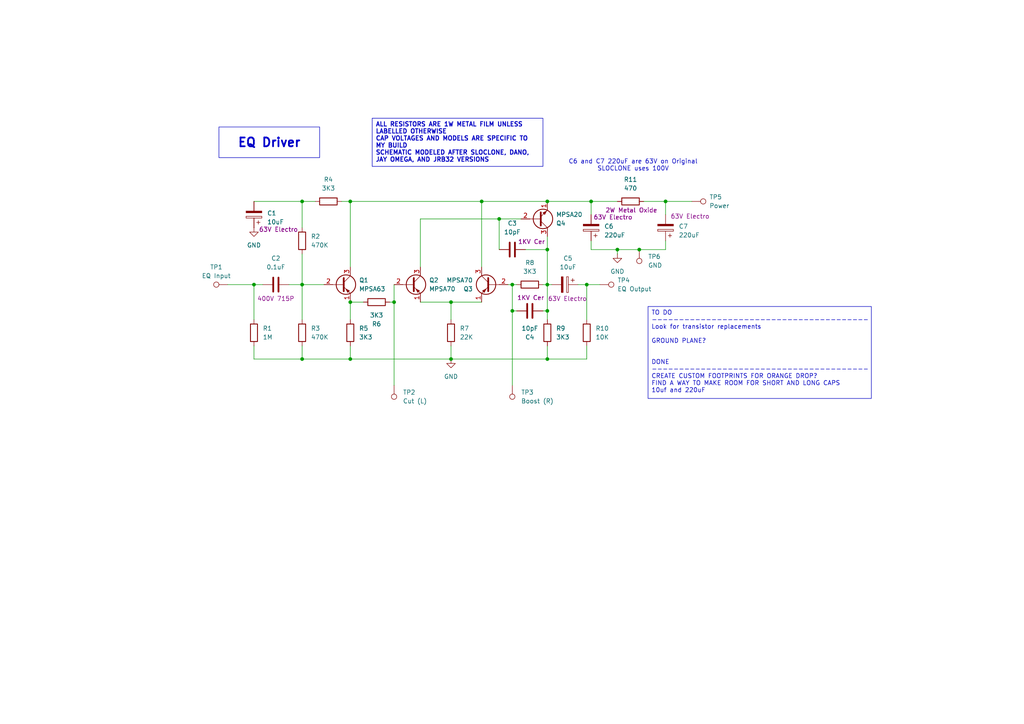
<source format=kicad_sch>
(kicad_sch (version 20250114) (generator "eeschema") (generator_version "9.0")
  (paper "A4")
  (lib_symbols
    (symbol "Connector:TestPoint" (pin_numbers (hide yes)) (pin_names (offset 0.762) (hide yes))
      (property "Reference" "TP" (at 0 6.858 0))
      (property "Value" "TestPoint" (at 0 5.08 0))
      (symbol "TestPoint_0_1"
        (circle (center 0 3.302) (radius 0.762))
      )
      (symbol "TestPoint_1_1"
        (pin passive line (at 0 0 90) (length 2.54) (name "1") (number "1"))
      )
    )
    (symbol "Device:C" (pin_numbers (hide yes)) (pin_names (offset 0.254))
      (property "Reference" "C" (at 0.635 2.54 0))
      (property "Value" "C" (at 0.635 -2.54 0))
      (symbol "C_0_1"
        (polyline (pts (xy -2.032 0.762) (xy 2.032 0.762)) (stroke (width 0.508)))
        (polyline (pts (xy -2.032 -0.762) (xy 2.032 -0.762)) (stroke (width 0.508)))
      )
      (symbol "C_1_1"
        (pin passive line (at 0 3.81 270) (length 2.794) (name "~") (number "1"))
        (pin passive line (at 0 -3.81 90) (length 2.794) (name "~") (number "2"))
      )
    )
    (symbol "Device:C_Polarized" (pin_numbers (hide yes)) (pin_names (offset 0.254))
      (property "Reference" "C" (at 0.635 2.54 0))
      (property "Value" "C_Polarized" (at 0.635 -2.54 0))
      (symbol "C_Polarized_0_1"
        (rectangle (start -2.286 0.508) (end 2.286 1.016))
        (polyline (pts (xy -1.778 2.286) (xy -0.762 2.286)))
        (polyline (pts (xy -1.27 2.794) (xy -1.27 1.778)))
        (rectangle (start 2.286 -0.508) (end -2.286 -1.016) (fill (type outline)))
      )
      (symbol "C_Polarized_1_1"
        (pin passive line (at 0 3.81 270) (length 2.794) (name "~") (number "1"))
        (pin passive line (at 0 -3.81 90) (length 2.794) (name "~") (number "2"))
      )
    )
    (symbol "Device:R" (pin_numbers (hide yes)) (pin_names (offset 0))
      (property "Reference" "R" (at 2.032 0 90))
      (property "Value" "R" (at 0 0 90))
      (symbol "R_0_1"
        (rectangle (start -1.016 -2.54) (end 1.016 2.54) (stroke (width 0.254)))
      )
      (symbol "R_1_1"
        (pin passive line (at 0 3.81 270) (length 1.27) (name "~") (number "1"))
        (pin passive line (at 0 -3.81 90) (length 1.27) (name "~") (number "2"))
      )
    )
    (symbol "Transistor_BJT:MPSA42" (pin_names (offset 0) (hide yes))
      (property "Reference" "Q" (at 5.08 1.905 0))
      (property "Value" "MPSA42" (at 5.08 0 0))
      (symbol "MPSA42_0_1"
        (polyline (pts (xy -2.54 0) (xy 0.635 0)))
        (polyline (pts (xy 0.635 1.905) (xy 0.635 -1.905)) (stroke (width 0.508)))
        (circle (center 1.27 0) (radius 2.8194) (stroke (width 0.254)))
      )
      (symbol "MPSA42_1_1"
        (polyline (pts (xy 0.635 0.635) (xy 2.54 2.54)))
        (polyline (pts (xy 0.635 -0.635) (xy 2.54 -2.54)))
        (polyline (pts (xy 1.27 -1.778) (xy 1.778 -1.27) (xy 2.286 -2.286) (xy 1.27 -1.778)) (fill (type outline)))
        (pin input line (at -5.08 0 0) (length 2.54) (name "B") (number "2"))
        (pin passive line (at 2.54 5.08 270) (length 2.54) (name "C") (number "3"))
        (pin passive line (at 2.54 -5.08 90) (length 2.54) (name "E") (number "1"))
      )
    )
    (symbol "Transistor_BJT:MPSA92" (pin_names (offset 0) (hide yes))
      (property "Reference" "Q" (at 5.08 1.905 0))
      (property "Value" "MPSA92" (at 5.08 0 0))
      (symbol "MPSA92_0_1"
        (polyline (pts (xy -2.54 0) (xy 0.635 0)))
        (polyline (pts (xy 0.635 1.905) (xy 0.635 -1.905)) (stroke (width 0.508)))
        (polyline (pts (xy 0.635 0.635) (xy 2.54 2.54)))
        (polyline (pts (xy 0.635 -0.635) (xy 2.54 -2.54)))
        (circle (center 1.27 0) (radius 2.8194) (stroke (width 0.254)))
        (polyline (pts (xy 2.286 -1.778) (xy 1.778 -2.286) (xy 1.27 -1.27) (xy 2.286 -1.778)) (fill (type outline)))
      )
      (symbol "MPSA92_1_1"
        (pin input line (at -5.08 0 0) (length 2.54) (name "B") (number "2"))
        (pin passive line (at 2.54 5.08 270) (length 2.54) (name "C") (number "3"))
        (pin passive line (at 2.54 -5.08 90) (length 2.54) (name "E") (number "1"))
      )
    )
    (symbol "power:GND" (power) (pin_numbers (hide yes)) (pin_names (offset 0) (hide yes))
      (property "Value" "GND" (at 0 -3.81 0))
      (symbol "GND_0_1"
        (polyline (pts (xy 0 0) (xy 0 -1.27) (xy 1.27 -1.27) (xy 0 -2.54) (xy -1.27 -1.27) (xy 0 -1.27)))
      )
      (symbol "GND_1_1"
        (pin power_in line (at 0 0 270) (length 0) (name "~") (number "1"))
      )
    )
  )
  (text "C6 and C7 220uF are 63V on Original\nSLOCLONE uses 100V" (at 183.642 48.006 0) (effects (font (size 1.27 1.27))))
  (text_box "EQ Driver" (at 63.5 36.83 0) (size 29.21 8.89) (margins 0.9525 0.9525 0.9525 0.9525) (effects (font (size 2.54 2.54) (thickness 0.508) (bold yes))))
  (text_box "ALL RESISTORS ARE 1W METAL FILM UNLESS LABELLED OTHERWISE\nCAP VOLTAGES AND MODELS ARE SPECIFIC TO MY BUILD\nSCHEMATIC MODELED AFTER SLOCLONE, DANO, JAY OMEGA, AND JRB32 VERSIONS" (at 107.95 34.29 0) (size 49.53 13.97) (margins 0.9525 0.9525 0.9525 0.9525) (effects (font (size 1.27 1.27) (thickness 0.254) (bold yes)) (justify left top)))
  (text_box "TO DO\n----------------------------------------\nLook for transistor replacements\n\nGROUND PLANE?\n\n\nDONE\n----------------------------------------\nCREATE CUSTOM FOOTPRINTS FOR ORANGE DROP?\nFIND A WAY TO MAKE ROOM FOR SHORT AND LONG CAPS\n10uf and 220uF" (at 187.96 88.9 0) (size 64.77 26.67) (margins 0.9525 0.9525 0.9525 0.9525) (effects (font (size 1.27 1.27)) (justify left top)))
  (junction (at 185.42 72.39))
  (junction (at 148.59 82.55))
  (junction (at 114.3 87.63))
  (junction (at 158.75 90.17))
  (junction (at 87.63 82.55))
  (junction (at 158.75 72.39))
  (junction (at 170.18 82.55))
  (junction (at 130.81 87.63))
  (junction (at 130.81 104.14))
  (junction (at 101.6 87.63))
  (junction (at 193.04 58.42))
  (junction (at 158.75 104.14))
  (junction (at 158.75 82.55))
  (junction (at 101.6 104.14))
  (junction (at 171.45 58.42))
  (junction (at 144.78 63.5))
  (junction (at 87.63 58.42))
  (junction (at 73.66 82.55))
  (junction (at 158.75 58.42))
  (junction (at 139.7 58.42))
  (junction (at 179.07 72.39))
  (junction (at 148.59 90.17))
  (junction (at 101.6 58.42))
  (junction (at 87.63 104.14))
  (wire (pts (xy 179.07 72.39) (xy 179.07 73.66)))
  (wire (pts (xy 66.04 82.55) (xy 73.66 82.55)))
  (wire (pts (xy 73.66 104.14) (xy 87.63 104.14)))
  (wire (pts (xy 158.75 104.14) (xy 158.75 100.33)))
  (wire (pts (xy 113.03 87.63) (xy 114.3 87.63)))
  (wire (pts (xy 130.81 87.63) (xy 121.92 87.63)))
  (wire (pts (xy 91.44 58.42) (xy 87.63 58.42)))
  (wire (pts (xy 99.06 58.42) (xy 101.6 58.42)))
  (wire (pts (xy 152.4 72.39) (xy 158.75 72.39)))
  (wire (pts (xy 130.81 104.14) (xy 130.81 100.33)))
  (wire (pts (xy 170.18 82.55) (xy 170.18 92.71)))
  (wire (pts (xy 158.75 82.55) (xy 160.02 82.55)))
  (wire (pts (xy 148.59 82.55) (xy 148.59 90.17)))
  (wire (pts (xy 101.6 104.14) (xy 130.81 104.14)))
  (wire (pts (xy 73.66 104.14) (xy 73.66 100.33)))
  (wire (pts (xy 186.69 58.42) (xy 193.04 58.42)))
  (wire (pts (xy 139.7 58.42) (xy 139.7 77.47)))
  (wire (pts (xy 185.42 72.39) (xy 193.04 72.39)))
  (wire (pts (xy 83.82 82.55) (xy 87.63 82.55)))
  (wire (pts (xy 148.59 90.17) (xy 148.59 111.76)))
  (wire (pts (xy 73.66 92.71) (xy 73.66 82.55)))
  (wire (pts (xy 87.63 73.66) (xy 87.63 82.55)))
  (wire (pts (xy 139.7 58.42) (xy 158.75 58.42)))
  (wire (pts (xy 158.75 72.39) (xy 158.75 82.55)))
  (wire (pts (xy 171.45 72.39) (xy 179.07 72.39)))
  (wire (pts (xy 157.48 90.17) (xy 158.75 90.17)))
  (wire (pts (xy 148.59 82.55) (xy 147.32 82.55)))
  (wire (pts (xy 114.3 82.55) (xy 114.3 87.63)))
  (wire (pts (xy 193.04 62.23) (xy 193.04 58.42)))
  (wire (pts (xy 87.63 104.14) (xy 87.63 100.33)))
  (wire (pts (xy 149.86 90.17) (xy 148.59 90.17)))
  (wire (pts (xy 73.66 58.42) (xy 87.63 58.42)))
  (wire (pts (xy 149.86 82.55) (xy 148.59 82.55)))
  (wire (pts (xy 193.04 72.39) (xy 193.04 69.85)))
  (wire (pts (xy 158.75 90.17) (xy 158.75 82.55)))
  (wire (pts (xy 171.45 58.42) (xy 179.07 58.42)))
  (wire (pts (xy 171.45 62.23) (xy 171.45 58.42)))
  (wire (pts (xy 144.78 63.5) (xy 144.78 72.39)))
  (wire (pts (xy 101.6 58.42) (xy 101.6 77.47)))
  (wire (pts (xy 144.78 63.5) (xy 121.92 63.5)))
  (wire (pts (xy 87.63 104.14) (xy 101.6 104.14)))
  (wire (pts (xy 130.81 87.63) (xy 139.7 87.63)))
  (wire (pts (xy 73.66 82.55) (xy 76.2 82.55)))
  (wire (pts (xy 151.13 63.5) (xy 144.78 63.5)))
  (wire (pts (xy 170.18 104.14) (xy 170.18 100.33)))
  (wire (pts (xy 179.07 72.39) (xy 185.42 72.39)))
  (wire (pts (xy 158.75 58.42) (xy 171.45 58.42)))
  (wire (pts (xy 105.41 87.63) (xy 101.6 87.63)))
  (wire (pts (xy 121.92 63.5) (xy 121.92 77.47)))
  (wire (pts (xy 158.75 92.71) (xy 158.75 90.17)))
  (wire (pts (xy 101.6 87.63) (xy 101.6 92.71)))
  (wire (pts (xy 158.75 68.58) (xy 158.75 72.39)))
  (wire (pts (xy 114.3 87.63) (xy 114.3 111.76)))
  (wire (pts (xy 158.75 82.55) (xy 157.48 82.55)))
  (wire (pts (xy 193.04 58.42) (xy 200.66 58.42)))
  (wire (pts (xy 87.63 58.42) (xy 87.63 66.04)))
  (wire (pts (xy 130.81 92.71) (xy 130.81 87.63)))
  (wire (pts (xy 101.6 104.14) (xy 101.6 100.33)))
  (wire (pts (xy 87.63 82.55) (xy 93.98 82.55)))
  (wire (pts (xy 167.64 82.55) (xy 170.18 82.55)))
  (wire (pts (xy 170.18 82.55) (xy 173.99 82.55)))
  (wire (pts (xy 101.6 58.42) (xy 139.7 58.42)))
  (wire (pts (xy 87.63 92.71) (xy 87.63 82.55)))
  (wire (pts (xy 171.45 72.39) (xy 171.45 69.85)))
  (wire (pts (xy 158.75 104.14) (xy 170.18 104.14)))
  (wire (pts (xy 130.81 104.14) (xy 158.75 104.14)))
  (symbol (lib_id "Device:R") (at 130.81 96.52 0) (unit 1)
    (property "Reference" "R7" (at 133.35 95.2499 0) (effects (justify left)))
    (property "Value" "22K" (at 133.35 97.7899 0) (effects (justify left)))
    (property "Footprint" "Resistor_THT:R_Axial_DIN0411_L9.9mm_D3.6mm_P15.24mm_Horizontal" (effects (hide yes)))
    (property "Description" "Resistor" (effects (hide yes)))
  )
  (symbol (lib_id "Connector:TestPoint") (at 148.59 111.76 180) (unit 1)
    (property "Reference" "TP3" (at 151.13 113.7919 0) (effects (justify right)))
    (property "Value" "Boost (R)" (at 151.13 116.3319 0) (effects (justify right)))
    (property "Footprint" "HiroFootprints:Out_Hole_3.4_1.8" (effects (hide yes)))
    (property "Description" "test point" (effects (hide yes)))
  )
  (symbol (lib_id "Device:R") (at 158.75 96.52 0) (unit 1)
    (property "Reference" "R9" (at 161.29 95.2499 0) (effects (justify left)))
    (property "Value" "3K3" (at 161.29 97.7899 0) (effects (justify left)))
    (property "Footprint" "Resistor_THT:R_Axial_DIN0411_L9.9mm_D3.6mm_P15.24mm_Horizontal" (effects (hide yes)))
    (property "Description" "Resistor" (effects (hide yes)))
  )
  (symbol (lib_id "Device:C_Polarized") (at 163.83 82.55 270) (unit 1)
    (property "Reference" "C5" (at 164.719 74.93 90))
    (property "Value" "10uF" (at 164.719 77.47 90))
    (property "Footprint" "Capacitor_THT:CP_Axial_L18.0mm_D6.5mm_P25.00mm_Horizontal" (effects (hide yes)))
    (property "Description" "Polarized capacitor" (effects (hide yes)))
    (property "Notes" "63V Electro" (at 164.592 86.614 90))
  )
  (symbol (lib_id "Device:R") (at 153.67 82.55 90) (unit 1)
    (property "Reference" "R8" (at 153.67 76.2 90))
    (property "Value" "3K3" (at 153.67 78.74 90))
    (property "Footprint" "Resistor_THT:R_Axial_DIN0411_L9.9mm_D3.6mm_P15.24mm_Horizontal" (effects (hide yes)))
    (property "Description" "Resistor" (effects (hide yes)))
  )
  (symbol (lib_id "Transistor_BJT:MPSA92") (at 119.38 82.55 0) (unit 1)
    (property "Reference" "Q2" (at 124.46 81.2799 0) (effects (justify left)))
    (property "Value" "MPSA70" (at 124.46 83.8199 0) (effects (justify left)))
    (property "Footprint" "Package_TO_SOT_THT:TO-92_Wide" (effects (hide yes)))
    (property "Datasheet" "http://www.onsemi.com/pub_link/Collateral/MPSA92-D.PDF" (effects (hide yes)))
    (property "Description" "0.5A Ic, 300V Vce, PNP High Voltage Transistor, TO-92" (effects (hide yes)))
  )
  (symbol (lib_id "power:GND") (at 179.07 73.66 0) (unit 1)
    (property "Reference" "#PWR03" (effects (hide yes)))
    (property "Value" "GND" (at 179.07 78.74 0))
    (property "Description" "Power symbol creates a global label with name \"GND\" , ground" (effects (hide yes)))
  )
  (symbol (lib_id "Transistor_BJT:MPSA42") (at 156.21 63.5 0) (mirror x) (unit 1)
    (property "Reference" "Q4" (at 161.29 64.7701 0) (effects (justify left)))
    (property "Value" "MPSA20" (at 161.29 62.2301 0) (effects (justify left)))
    (property "Footprint" "Package_TO_SOT_THT:TO-92_Wide" (effects (hide yes)))
    (property "Datasheet" "http://www.onsemi.com/pub_link/Collateral/MPSA42-D.PDF" (effects (hide yes)))
    (property "Description" "0.5A Ic, 300V Vce, NPN High Voltage Transistor, TO-92" (effects (hide yes)))
  )
  (symbol (lib_id "Device:C") (at 80.01 82.55 90) (unit 1)
    (property "Reference" "C2" (at 80.01 74.93 90))
    (property "Value" "0.1uF" (at 80.01 77.47 90))
    (property "Footprint" "HiroFootprints:715P10454LAD3" (effects (hide yes)))
    (property "Description" "Unpolarized capacitor" (effects (hide yes)))
    (property "Notes" "400V 715P" (at 80.01 86.614 90))
  )
  (symbol (lib_id "Connector:TestPoint") (at 66.04 82.55 90) (unit 1)
    (property "Reference" "TP1" (at 62.738 77.47 90))
    (property "Value" "EQ Input" (at 62.738 80.01 90))
    (property "Footprint" "HiroFootprints:Out_Hole_3.4_1.8" (effects (hide yes)))
    (property "Description" "test point" (effects (hide yes)))
  )
  (symbol (lib_id "Connector:TestPoint") (at 200.66 58.42 270) (unit 1)
    (property "Reference" "TP5" (at 205.74 57.1499 90) (effects (justify left)))
    (property "Value" "Power" (at 205.74 59.6899 90) (effects (justify left)))
    (property "Footprint" "HiroFootprints:Out_Hole_3.4_1.8" (effects (hide yes)))
    (property "Description" "test point" (effects (hide yes)))
  )
  (symbol (lib_id "Device:R") (at 109.22 87.63 270) (unit 1)
    (property "Reference" "R6" (at 109.22 93.98 90))
    (property "Value" "3K3" (at 109.22 91.44 90))
    (property "Footprint" "Resistor_THT:R_Axial_DIN0411_L9.9mm_D3.6mm_P15.24mm_Horizontal" (effects (hide yes)))
    (property "Description" "Resistor" (effects (hide yes)))
  )
  (symbol (lib_id "Device:R") (at 87.63 96.52 0) (unit 1)
    (property "Reference" "R3" (at 90.17 95.2499 0) (effects (justify left)))
    (property "Value" "470K" (at 90.17 97.7899 0) (effects (justify left)))
    (property "Footprint" "Resistor_THT:R_Axial_DIN0411_L9.9mm_D3.6mm_P15.24mm_Horizontal" (effects (hide yes)))
    (property "Description" "Resistor" (effects (hide yes)))
  )
  (symbol (lib_id "Device:R") (at 95.25 58.42 90) (unit 1)
    (property "Reference" "R4" (at 95.25 52.07 90))
    (property "Value" "3K3" (at 95.25 54.61 90))
    (property "Footprint" "Resistor_THT:R_Axial_DIN0411_L9.9mm_D3.6mm_P15.24mm_Horizontal" (effects (hide yes)))
    (property "Description" "Resistor" (effects (hide yes)))
  )
  (symbol (lib_id "Device:C") (at 153.67 90.17 90) (mirror x) (unit 1)
    (property "Reference" "C4" (at 153.67 97.79 90))
    (property "Value" "10pF" (at 153.67 95.25 90))
    (property "Footprint" "Capacitor_THT:C_Rect_L11.0mm_W3.5mm_P10.00mm_MKT" (effects (hide yes)))
    (property "Description" "Unpolarized capacitor" (effects (hide yes)))
    (property "Notes" "1KV Cer" (at 153.924 86.36 90))
  )
  (symbol (lib_id "Connector:TestPoint") (at 114.3 111.76 180) (unit 1)
    (property "Reference" "TP2" (at 116.84 113.7919 0) (effects (justify right)))
    (property "Value" "Cut (L)" (at 116.84 116.3319 0) (effects (justify right)))
    (property "Footprint" "HiroFootprints:Out_Hole_3.4_1.8" (effects (hide yes)))
    (property "Description" "test point" (effects (hide yes)))
  )
  (symbol (lib_id "Device:R") (at 182.88 58.42 90) (unit 1)
    (property "Reference" "R11" (at 182.88 52.07 90))
    (property "Value" "470" (at 182.88 54.61 90))
    (property "Footprint" "Resistor_THT:R_Axial_DIN0411_L9.9mm_D3.6mm_P15.24mm_Horizontal" (effects (hide yes)))
    (property "Description" "Resistor" (effects (hide yes)))
    (property "Notes" "2W Metal Oxide" (at 183.134 60.96 90))
  )
  (symbol (lib_id "Device:R") (at 73.66 96.52 0) (unit 1)
    (property "Reference" "R1" (at 76.2 95.2499 0) (effects (justify left)))
    (property "Value" "1M" (at 76.2 97.7899 0) (effects (justify left)))
    (property "Footprint" "Resistor_THT:R_Axial_DIN0411_L9.9mm_D3.6mm_P15.24mm_Horizontal" (effects (hide yes)))
    (property "Description" "Resistor" (effects (hide yes)))
  )
  (symbol (lib_id "power:GND") (at 130.81 104.14 0) (unit 1)
    (property "Reference" "#PWR02" (effects (hide yes)))
    (property "Value" "GND" (at 130.81 109.22 0))
    (property "Description" "Power symbol creates a global label with name \"GND\" , ground" (effects (hide yes)))
  )
  (symbol (lib_id "Device:R") (at 170.18 96.52 0) (unit 1)
    (property "Reference" "R10" (at 172.72 95.2499 0) (effects (justify left)))
    (property "Value" "10K" (at 172.72 97.7899 0) (effects (justify left)))
    (property "Footprint" "Resistor_THT:R_Axial_DIN0411_L9.9mm_D3.6mm_P15.24mm_Horizontal" (effects (hide yes)))
    (property "Description" "Resistor" (effects (hide yes)))
  )
  (symbol (lib_id "Transistor_BJT:MPSA92") (at 142.24 82.55 0) (mirror y) (unit 1)
    (property "Reference" "Q3" (at 137.16 83.8201 0) (effects (justify left)))
    (property "Value" "MPSA70" (at 137.16 81.2801 0) (effects (justify left)))
    (property "Footprint" "Package_TO_SOT_THT:TO-92_Wide" (effects (hide yes)))
    (property "Datasheet" "http://www.onsemi.com/pub_link/Collateral/MPSA92-D.PDF" (effects (hide yes)))
    (property "Description" "0.5A Ic, 300V Vce, PNP High Voltage Transistor, TO-92" (effects (hide yes)))
  )
  (symbol (lib_id "power:GND") (at 73.66 66.04 0) (unit 1)
    (property "Reference" "#PWR01" (effects (hide yes)))
    (property "Value" "GND" (at 73.66 71.12 0))
    (property "Description" "Power symbol creates a global label with name \"GND\" , ground" (effects (hide yes)))
  )
  (symbol (lib_id "Transistor_BJT:MPSA92") (at 99.06 82.55 0) (unit 1)
    (property "Reference" "Q1" (at 104.14 81.2799 0) (effects (justify left)))
    (property "Value" "MPSA63" (at 104.14 83.8199 0) (effects (justify left)))
    (property "Footprint" "Package_TO_SOT_THT:TO-92_Wide" (effects (hide yes)))
    (property "Datasheet" "http://www.onsemi.com/pub_link/Collateral/MPSA92-D.PDF" (effects (hide yes)))
    (property "Description" "0.5A Ic, 300V Vce, PNP High Voltage Transistor, TO-92" (effects (hide yes)))
  )
  (symbol (lib_id "Connector:TestPoint") (at 185.42 72.39 180) (unit 1)
    (property "Reference" "TP6" (at 187.96 74.4219 0) (effects (justify right)))
    (property "Value" "GND" (at 187.96 76.9619 0) (effects (justify right)))
    (property "Footprint" "HiroFootprints:Out_Hole_3.4_1.8" (effects (hide yes)))
    (property "Description" "test point" (effects (hide yes)))
  )
  (symbol (lib_id "Device:R") (at 101.6 96.52 0) (unit 1)
    (property "Reference" "R5" (at 104.14 95.2499 0) (effects (justify left)))
    (property "Value" "3K3" (at 104.14 97.7899 0) (effects (justify left)))
    (property "Footprint" "Resistor_THT:R_Axial_DIN0411_L9.9mm_D3.6mm_P15.24mm_Horizontal" (effects (hide yes)))
    (property "Description" "Resistor" (effects (hide yes)))
  )
  (symbol (lib_id "Device:C_Polarized") (at 171.45 66.04 180) (unit 1)
    (property "Reference" "C6" (at 175.26 65.6589 0) (effects (justify right)))
    (property "Value" "220uF" (at 175.26 68.1989 0) (effects (justify right)))
    (property "Footprint" "Capacitor_THT:CP_Axial_L25.0mm_D10.0mm_P30.00mm_Horizontal" (effects (hide yes)))
    (property "Description" "Polarized capacitor" (effects (hide yes)))
    (property "Notes" "63V Electro" (at 177.8 62.992 0))
  )
  (symbol (lib_id "Device:C") (at 148.59 72.39 90) (unit 1)
    (property "Reference" "C3" (at 148.59 64.77 90))
    (property "Value" "10pF" (at 148.59 67.31 90))
    (property "Footprint" "Capacitor_THT:C_Rect_L11.0mm_W3.5mm_P10.00mm_MKT" (effects (hide yes)))
    (property "Description" "Unpolarized capacitor" (effects (hide yes)))
    (property "Notes" "1KV Cer" (at 154.178 70.104 90))
  )
  (symbol (lib_id "Device:C_Polarized") (at 193.04 66.04 180) (unit 1)
    (property "Reference" "C7" (at 196.85 65.6589 0) (effects (justify right)))
    (property "Value" "220uF" (at 196.85 68.1989 0) (effects (justify right)))
    (property "Footprint" "Capacitor_THT:CP_Axial_L25.0mm_D10.0mm_P30.00mm_Horizontal" (effects (hide yes)))
    (property "Description" "Polarized capacitor" (effects (hide yes)))
    (property "Notes" "63V Electro" (at 200.152 62.738 0))
  )
  (symbol (lib_id "Device:R") (at 87.63 69.85 0) (unit 1)
    (property "Reference" "R2" (at 90.17 68.5799 0) (effects (justify left)))
    (property "Value" "470K" (at 90.17 71.1199 0) (effects (justify left)))
    (property "Footprint" "Resistor_THT:R_Axial_DIN0411_L9.9mm_D3.6mm_P15.24mm_Horizontal" (effects (hide yes)))
    (property "Description" "Resistor" (effects (hide yes)))
  )
  (symbol (lib_id "Device:C_Polarized") (at 73.66 62.23 180) (unit 1)
    (property "Reference" "C1" (at 77.47 61.8489 0) (effects (justify right)))
    (property "Value" "10uF" (at 77.47 64.3889 0) (effects (justify right)))
    (property "Footprint" "Capacitor_THT:CP_Axial_L18.0mm_D6.5mm_P25.00mm_Horizontal" (effects (hide yes)))
    (property "Description" "Polarized capacitor" (effects (hide yes)))
    (property "Notes" "63V Electro" (at 80.772 66.548 0))
  )
  (symbol (lib_id "Connector:TestPoint") (at 173.99 82.55 270) (unit 1)
    (property "Reference" "TP4" (at 179.07 81.2799 90) (effects (justify left)))
    (property "Value" "EQ Output" (at 179.07 83.8199 90) (effects (justify left)))
    (property "Footprint" "HiroFootprints:Out_Hole_3.4_1.8" (effects (hide yes)))
    (property "Description" "test point" (effects (hide yes)))
  )
)
</source>
